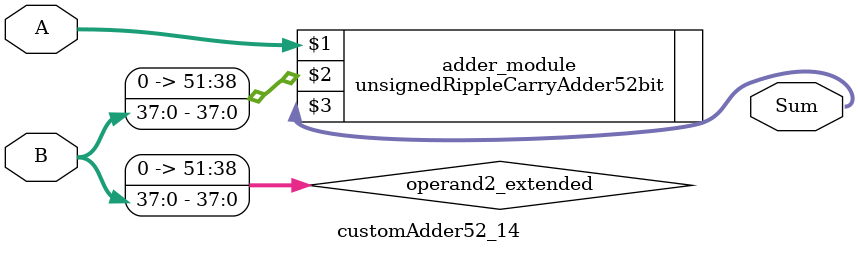
<source format=v>
module customAdder52_14(
                        input [51 : 0] A,
                        input [37 : 0] B,
                        
                        output [52 : 0] Sum
                );

        wire [51 : 0] operand2_extended;
        
        assign operand2_extended =  {14'b0, B};
        
        unsignedRippleCarryAdder52bit adder_module(
            A,
            operand2_extended,
            Sum
        );
        
        endmodule
        
</source>
